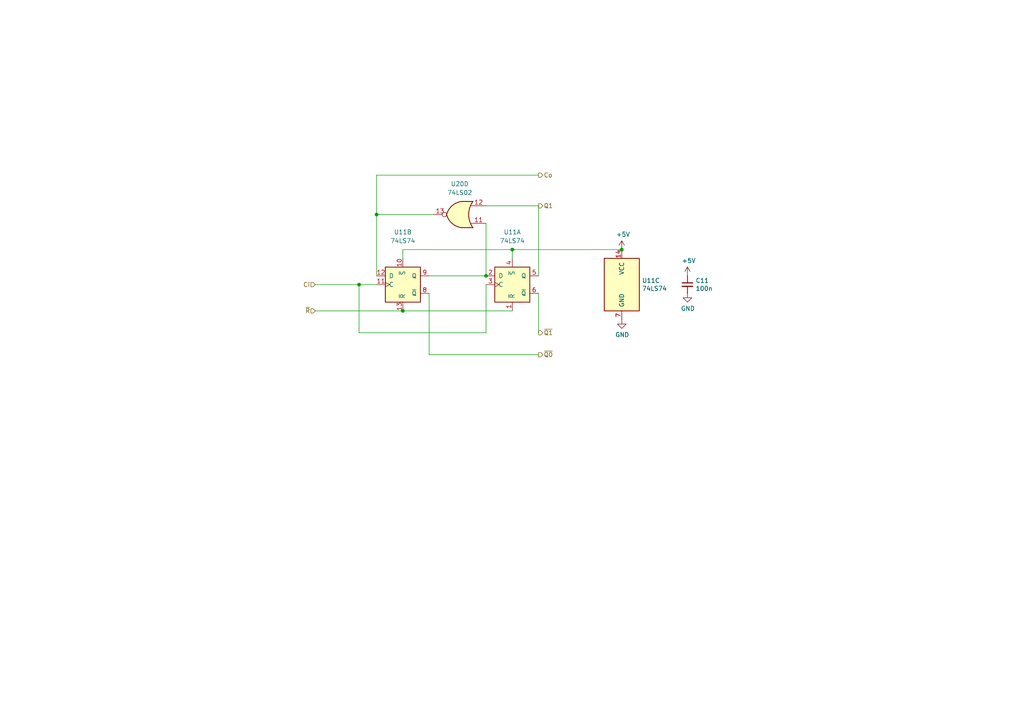
<source format=kicad_sch>
(kicad_sch (version 20230121) (generator eeschema)
  (paper "A4")
  (lib_symbols
    (symbol "74xx:74LS02" (pin_names (offset 1.016))
      (property "Reference" "U" (at 0 1.27 0))
      (property "Value" "74LS02" (at 0 -1.27 0))
      (symbol "74LS02_1_1"
        (arc (start -3.81 -3.81) (mid -2.589 0) (end -3.81 3.81) (stroke (width 0.254)))
        (arc (start -0.6096 -3.81) (mid 2.1842 -2.5851) (end 3.81 0) (stroke (width 0.254)) (fill (type background)))
        (polyline (pts (xy -3.81 -3.81) (xy -0.635 -3.81)) (stroke (width 0.254)) (fill (type background)))
        (polyline (pts (xy -3.81 3.81) (xy -0.635 3.81)) (stroke (width 0.254)) (fill (type background)))
        (polyline (pts (xy -0.635 3.81) (xy -3.81 3.81) (xy -3.81 3.81) (xy -3.556 3.4036) (xy -3.0226 2.2606) (xy -2.6924 1.0414) (xy -2.6162 -0.254) (xy -2.7686 -1.4986) (xy -3.175 -2.7178) (xy -3.81 -3.81) (xy -3.81 -3.81) (xy -0.635 -3.81)) (stroke (width -25.4)) (fill (type background)))
        (arc (start 3.81 0) (mid 2.1915 2.5936) (end -0.6096 3.81) (stroke (width 0.254)) (fill (type background)))
        (pin output inverted (at 7.62 0 180) (length 3.81) (name "~") (number "1"))
        (pin input line (at -7.62 2.54 0) (length 4.318) (name "~") (number "2"))
        (pin input line (at -7.62 -2.54 0) (length 4.318) (name "~") (number "3"))
      )
      (symbol "74LS02_1_2"
        (arc (start 0 -3.81) (mid 3.7934 0) (end 0 3.81) (stroke (width 0.254)) (fill (type background)))
        (polyline (pts (xy 0 3.81) (xy -3.81 3.81) (xy -3.81 -3.81) (xy 0 -3.81)) (stroke (width 0.254)) (fill (type background)))
        (pin output line (at 7.62 0 180) (length 3.81) (name "~") (number "1"))
        (pin input inverted (at -7.62 2.54 0) (length 3.81) (name "~") (number "2"))
        (pin input inverted (at -7.62 -2.54 0) (length 3.81) (name "~") (number "3"))
      )
      (symbol "74LS02_2_1"
        (arc (start -3.81 -3.81) (mid -2.589 0) (end -3.81 3.81) (stroke (width 0.254)))
        (arc (start -0.6096 -3.81) (mid 2.1842 -2.5851) (end 3.81 0) (stroke (width 0.254)) (fill (type background)))
        (polyline (pts (xy -3.81 -3.81) (xy -0.635 -3.81)) (stroke (width 0.254)) (fill (type background)))
        (polyline (pts (xy -3.81 3.81) (xy -0.635 3.81)) (stroke (width 0.254)) (fill (type background)))
        (polyline (pts (xy -0.635 3.81) (xy -3.81 3.81) (xy -3.81 3.81) (xy -3.556 3.4036) (xy -3.0226 2.2606) (xy -2.6924 1.0414) (xy -2.6162 -0.254) (xy -2.7686 -1.4986) (xy -3.175 -2.7178) (xy -3.81 -3.81) (xy -3.81 -3.81) (xy -0.635 -3.81)) (stroke (width -25.4)) (fill (type background)))
        (arc (start 3.81 0) (mid 2.1915 2.5936) (end -0.6096 3.81) (stroke (width 0.254)) (fill (type background)))
        (pin output inverted (at 7.62 0 180) (length 3.81) (name "~") (number "4"))
        (pin input line (at -7.62 2.54 0) (length 4.318) (name "~") (number "5"))
        (pin input line (at -7.62 -2.54 0) (length 4.318) (name "~") (number "6"))
      )
      (symbol "74LS02_2_2"
        (arc (start 0 -3.81) (mid 3.7934 0) (end 0 3.81) (stroke (width 0.254)) (fill (type background)))
        (polyline (pts (xy 0 3.81) (xy -3.81 3.81) (xy -3.81 -3.81) (xy 0 -3.81)) (stroke (width 0.254)) (fill (type background)))
        (pin output line (at 7.62 0 180) (length 3.81) (name "~") (number "4"))
        (pin input inverted (at -7.62 2.54 0) (length 3.81) (name "~") (number "5"))
        (pin input inverted (at -7.62 -2.54 0) (length 3.81) (name "~") (number "6"))
      )
      (symbol "74LS02_3_1"
        (arc (start -3.81 -3.81) (mid -2.589 0) (end -3.81 3.81) (stroke (width 0.254)))
        (arc (start -0.6096 -3.81) (mid 2.1842 -2.5851) (end 3.81 0) (stroke (width 0.254)) (fill (type background)))
        (polyline (pts (xy -3.81 -3.81) (xy -0.635 -3.81)) (stroke (width 0.254)) (fill (type background)))
        (polyline (pts (xy -3.81 3.81) (xy -0.635 3.81)) (stroke (width 0.254)) (fill (type background)))
        (polyline (pts (xy -0.635 3.81) (xy -3.81 3.81) (xy -3.81 3.81) (xy -3.556 3.4036) (xy -3.0226 2.2606) (xy -2.6924 1.0414) (xy -2.6162 -0.254) (xy -2.7686 -1.4986) (xy -3.175 -2.7178) (xy -3.81 -3.81) (xy -3.81 -3.81) (xy -0.635 -3.81)) (stroke (width -25.4)) (fill (type background)))
        (arc (start 3.81 0) (mid 2.1915 2.5936) (end -0.6096 3.81) (stroke (width 0.254)) (fill (type background)))
        (pin output inverted (at 7.62 0 180) (length 3.81) (name "~") (number "10"))
        (pin input line (at -7.62 2.54 0) (length 4.318) (name "~") (number "8"))
        (pin input line (at -7.62 -2.54 0) (length 4.318) (name "~") (number "9"))
      )
      (symbol "74LS02_3_2"
        (arc (start 0 -3.81) (mid 3.7934 0) (end 0 3.81) (stroke (width 0.254)) (fill (type background)))
        (polyline (pts (xy 0 3.81) (xy -3.81 3.81) (xy -3.81 -3.81) (xy 0 -3.81)) (stroke (width 0.254)) (fill (type background)))
        (pin output line (at 7.62 0 180) (length 3.81) (name "~") (number "10"))
        (pin input inverted (at -7.62 2.54 0) (length 3.81) (name "~") (number "8"))
        (pin input inverted (at -7.62 -2.54 0) (length 3.81) (name "~") (number "9"))
      )
      (symbol "74LS02_4_1"
        (arc (start -3.81 -3.81) (mid -2.589 0) (end -3.81 3.81) (stroke (width 0.254)))
        (arc (start -0.6096 -3.81) (mid 2.1842 -2.5851) (end 3.81 0) (stroke (width 0.254)) (fill (type background)))
        (polyline (pts (xy -3.81 -3.81) (xy -0.635 -3.81)) (stroke (width 0.254)) (fill (type background)))
        (polyline (pts (xy -3.81 3.81) (xy -0.635 3.81)) (stroke (width 0.254)) (fill (type background)))
        (polyline (pts (xy -0.635 3.81) (xy -3.81 3.81) (xy -3.81 3.81) (xy -3.556 3.4036) (xy -3.0226 2.2606) (xy -2.6924 1.0414) (xy -2.6162 -0.254) (xy -2.7686 -1.4986) (xy -3.175 -2.7178) (xy -3.81 -3.81) (xy -3.81 -3.81) (xy -0.635 -3.81)) (stroke (width -25.4)) (fill (type background)))
        (arc (start 3.81 0) (mid 2.1915 2.5936) (end -0.6096 3.81) (stroke (width 0.254)) (fill (type background)))
        (pin input line (at -7.62 2.54 0) (length 4.318) (name "~") (number "11"))
        (pin input line (at -7.62 -2.54 0) (length 4.318) (name "~") (number "12"))
        (pin output inverted (at 7.62 0 180) (length 3.81) (name "~") (number "13"))
      )
      (symbol "74LS02_4_2"
        (arc (start 0 -3.81) (mid 3.7934 0) (end 0 3.81) (stroke (width 0.254)) (fill (type background)))
        (polyline (pts (xy 0 3.81) (xy -3.81 3.81) (xy -3.81 -3.81) (xy 0 -3.81)) (stroke (width 0.254)) (fill (type background)))
        (pin input inverted (at -7.62 2.54 0) (length 3.81) (name "~") (number "11"))
        (pin input inverted (at -7.62 -2.54 0) (length 3.81) (name "~") (number "12"))
        (pin output line (at 7.62 0 180) (length 3.81) (name "~") (number "13"))
      )
      (symbol "74LS02_5_0"
        (pin power_in line (at 0 12.7 270) (length 5.08) (name "VCC") (number "14"))
        (pin power_in line (at 0 -12.7 90) (length 5.08) (name "GND") (number "7"))
      )
      (symbol "74LS02_5_1"
        (rectangle (start -5.08 7.62) (end 5.08 -7.62) (stroke (width 0.254)) (fill (type background)))
      )
    )
    (symbol "74xx:74LS74" (pin_names (offset 1.016))
      (property "Reference" "U" (at -7.62 8.89 0))
      (property "Value" "74LS74" (at -7.62 -8.89 0))
      (symbol "74LS74_1_0"
        (pin input line (at 0 -7.62 90) (length 2.54) (name "~{R}") (number "1"))
        (pin input line (at -7.62 2.54 0) (length 2.54) (name "D") (number "2"))
        (pin input clock (at -7.62 0 0) (length 2.54) (name "C") (number "3"))
        (pin input line (at 0 7.62 270) (length 2.54) (name "~{S}") (number "4"))
        (pin output line (at 7.62 2.54 180) (length 2.54) (name "Q") (number "5"))
        (pin output line (at 7.62 -2.54 180) (length 2.54) (name "~{Q}") (number "6"))
      )
      (symbol "74LS74_1_1"
        (rectangle (start -5.08 5.08) (end 5.08 -5.08) (stroke (width 0.254)) (fill (type background)))
      )
      (symbol "74LS74_2_0"
        (pin input line (at 0 7.62 270) (length 2.54) (name "~{S}") (number "10"))
        (pin input clock (at -7.62 0 0) (length 2.54) (name "C") (number "11"))
        (pin input line (at -7.62 2.54 0) (length 2.54) (name "D") (number "12"))
        (pin input line (at 0 -7.62 90) (length 2.54) (name "~{R}") (number "13"))
        (pin output line (at 7.62 -2.54 180) (length 2.54) (name "~{Q}") (number "8"))
        (pin output line (at 7.62 2.54 180) (length 2.54) (name "Q") (number "9"))
      )
      (symbol "74LS74_2_1"
        (rectangle (start -5.08 5.08) (end 5.08 -5.08) (stroke (width 0.254)) (fill (type background)))
      )
      (symbol "74LS74_3_0"
        (pin power_in line (at 0 10.16 270) (length 2.54) (name "VCC") (number "14"))
        (pin power_in line (at 0 -10.16 90) (length 2.54) (name "GND") (number "7"))
      )
      (symbol "74LS74_3_1"
        (rectangle (start -5.08 7.62) (end 5.08 -7.62) (stroke (width 0.254)) (fill (type background)))
      )
    )
    (symbol "Device:C_Small" (pin_numbers hide) (pin_names (offset 0.254) hide)
      (property "Reference" "C" (at 0.254 1.778 0))
      (property "Value" "C_Small" (at 0.254 -2.032 0))
      (symbol "C_Small_0_1"
        (polyline (pts (xy -1.524 -0.508) (xy 1.524 -0.508)) (stroke (width 0.3302)))
        (polyline (pts (xy -1.524 0.508) (xy 1.524 0.508)) (stroke (width 0.3048)))
      )
      (symbol "C_Small_1_1"
        (pin passive line (at 0 2.54 270) (length 2.032) (name "~") (number "1"))
        (pin passive line (at 0 -2.54 90) (length 2.032) (name "~") (number "2"))
      )
    )
    (symbol "power:+5V" (power) (pin_names (offset 0))
      (property "Value" "+5V" (at 0 3.556 0))
      (symbol "+5V_0_1"
        (polyline (pts (xy -0.762 1.27) (xy 0 2.54)))
        (polyline (pts (xy 0 0) (xy 0 2.54)))
        (polyline (pts (xy 0 2.54) (xy 0.762 1.27)))
      )
      (symbol "+5V_1_1"
        (pin power_in line (at 0 0 90) (length 0) hide (name "+5V") (number "1"))
      )
    )
    (symbol "power:GND" (power) (pin_names (offset 0))
      (property "Value" "GND" (at 0 -3.81 0))
      (symbol "GND_0_1"
        (polyline (pts (xy 0 0) (xy 0 -1.27) (xy 1.27 -1.27) (xy 0 -2.54) (xy -1.27 -1.27) (xy 0 -1.27)))
      )
      (symbol "GND_1_1"
        (pin power_in line (at 0 0 270) (length 0) hide (name "GND") (number "1"))
      )
    )
  )
  (junction (at 109.22 62.23))
  (junction (at 140.97 80.01))
  (junction (at 104.14 82.55))
  (junction (at 180.34 72.39))
  (junction (at 116.84 90.17))
  (junction (at 148.59 72.39))
  (wire (pts (xy 109.22 62.23) (xy 109.22 80.01)))
  (wire (pts (xy 156.21 59.69) (xy 156.21 80.01)))
  (wire (pts (xy 109.22 62.23) (xy 109.22 50.8)))
  (wire (pts (xy 156.21 85.09) (xy 156.21 96.52)))
  (wire (pts (xy 109.22 50.8) (xy 156.21 50.8)))
  (wire (pts (xy 180.34 72.39) (xy 148.59 72.39)))
  (wire (pts (xy 124.46 102.87) (xy 156.21 102.87)))
  (wire (pts (xy 124.46 85.09) (xy 124.46 102.87)))
  (wire (pts (xy 140.97 96.52) (xy 140.97 82.55)))
  (wire (pts (xy 104.14 82.55) (xy 109.22 82.55)))
  (wire (pts (xy 116.84 72.39) (xy 116.84 74.93)))
  (wire (pts (xy 91.44 82.55) (xy 104.14 82.55)))
  (wire (pts (xy 104.14 96.52) (xy 140.97 96.52)))
  (wire (pts (xy 148.59 90.17) (xy 116.84 90.17)))
  (wire (pts (xy 104.14 82.55) (xy 104.14 96.52)))
  (wire (pts (xy 140.97 64.77) (xy 140.97 80.01)))
  (wire (pts (xy 109.22 62.23) (xy 125.73 62.23)))
  (wire (pts (xy 148.59 72.39) (xy 116.84 72.39)))
  (wire (pts (xy 140.97 80.01) (xy 124.46 80.01)))
  (wire (pts (xy 148.59 72.39) (xy 148.59 74.93)))
  (wire (pts (xy 140.97 59.69) (xy 156.21 59.69)))
  (wire (pts (xy 91.44 90.17) (xy 116.84 90.17)))
  (hierarchical_label "~{Q0}" (shape output) (at 156.21 102.87 0))
  (hierarchical_label "~{Q1}" (shape output) (at 156.21 96.52 0))
  (hierarchical_label "Co" (shape output) (at 156.21 50.8 0))
  (hierarchical_label "~{R}" (shape input) (at 91.44 90.17 180))
  (hierarchical_label "Q1" (shape output) (at 156.21 59.69 0))
  (hierarchical_label "Ci" (shape input) (at 91.44 82.55 180))
  (symbol (lib_id "74xx:74LS74") (at 116.84 82.55 0) (unit 2)
    (property "Reference" "U11" (at 116.84 67.31 0))
    (property "Value" "74LS74" (at 116.84 69.85 0))
    (property "Footprint" "Package_DIP:DIP-14_W7.62mm" (effects hide))
    (property "Datasheet" "74xx/74hc_hct74.pdf" (effects hide))
    (instances (project "ttlclock3" (path "" (reference "U11") (unit 2)) (path "" (reference "U13") (unit 2)) (path "" (reference "U15") (unit 2)) (path "" (reference "U10") (unit 2)) (path "" (reference "U14") (unit 2)) (path "" (reference "U12") (unit 2)) (path "" (reference "U16") (unit 2))))
  )
  (symbol (lib_id "74xx:74LS74") (at 148.59 82.55 0) (unit 1)
    (property "Reference" "U11" (at 148.59 67.31 0))
    (property "Value" "74LS74" (at 148.59 69.85 0))
    (property "Footprint" "Package_DIP:DIP-14_W7.62mm" (effects hide))
    (property "Datasheet" "74xx/74hc_hct74.pdf" (effects hide))
    (instances (project "ttlclock3" (path "" (reference "U11") (unit 1)) (path "" (reference "U13") (unit 1)) (path "" (reference "U15") (unit 1)) (path "" (reference "U10") (unit 1)) (path "" (reference "U14") (unit 1)) (path "" (reference "U12") (unit 1)) (path "" (reference "U16") (unit 1))))
  )
  (symbol (lib_id "74xx:74LS74") (at 180.34 82.55 0) (unit 3)
    (property "Reference" "U11" (at 186.182 81.3816 0) (effects (justify left)))
    (property "Value" "74LS74" (at 186.182 83.693 0) (effects (justify left)))
    (property "Footprint" "Package_DIP:DIP-14_W7.62mm" (effects hide))
    (property "Datasheet" "74xx/74hc_hct74.pdf" (effects hide))
    (instances (project "ttlclock3" (path "" (reference "U11") (unit 3)) (path "" (reference "U13") (unit 3)) (path "" (reference "U15") (unit 3)) (path "" (reference "U10") (unit 3)) (path "" (reference "U14") (unit 3)) (path "" (reference "U12") (unit 3)) (path "" (reference "U16") (unit 3))))
  )
  (symbol (lib_id "74xx:74LS02") (at 133.35 62.23 180) (unit 4)
    (property "Reference" "U20" (at 133.35 53.34 0))
    (property "Value" "74LS02" (at 133.35 55.88 0))
    (property "Footprint" "Package_DIP:DIP-14_W7.62mm" (effects hide))
    (property "Datasheet" "http://www.ti.com/lit/gpn/sn74ls02" (effects hide))
    (instances (project "ttlclock3" (path "" (reference "U20") (unit 4)) (path "" (reference "U20") (unit 2)) (path "" (reference "U21") (unit 3)) (path "" (reference "U20") (unit 3)) (path "" (reference "U21") (unit 4)) (path "" (reference "U20") (unit 1)) (path "" (reference "U21") (unit 1))))
  )
  (symbol (lib_id "power:+5V") (at 180.34 72.39 0) (unit 1)
    (property "Reference" "#PWR0109" (effects hide))
    (property "Value" "+5V" (at 180.721 67.9958 0))
    (instances (project "ttlclock3" (path "" (reference "#PWR0109") (unit 1)) (path "" (reference "#PWR0115") (unit 1)) (path "" (reference "#PWR0119") (unit 1)) (path "" (reference "#PWR0107") (unit 1)) (path "" (reference "#PWR0117") (unit 1)) (path "" (reference "#PWR0113") (unit 1)) (path "" (reference "#PWR0121") (unit 1))))
  )
  (symbol (lib_id "power:GND") (at 180.34 92.71 0) (unit 1)
    (property "Reference" "#PWR0110" (effects hide))
    (property "Value" "GND" (at 180.467 97.1042 0))
    (instances (project "ttlclock3" (path "" (reference "#PWR0110") (unit 1)) (path "" (reference "#PWR0116") (unit 1)) (path "" (reference "#PWR0120") (unit 1)) (path "" (reference "#PWR0108") (unit 1)) (path "" (reference "#PWR0118") (unit 1)) (path "" (reference "#PWR0114") (unit 1)) (path "" (reference "#PWR0122") (unit 1))))
  )
  (symbol (lib_id "Device:C_Small") (at 199.39 82.55 0) (unit 1)
    (property "Reference" "C11" (at 201.7268 81.3816 0) (effects (justify left)))
    (property "Value" "100n" (at 201.7268 83.693 0) (effects (justify left)))
    (property "Footprint" "Capacitor_THT:C_Rect_L7.2mm_W2.5mm_P5.00mm_FKS2_FKP2_MKS2_MKP2" (effects hide))
    (instances (project "ttlclock3" (path "" (reference "C11") (unit 1)) (path "" (reference "C13") (unit 1)) (path "" (reference "C15") (unit 1)) (path "" (reference "C10") (unit 1)) (path "" (reference "C14") (unit 1)) (path "" (reference "C12") (unit 1)) (path "" (reference "C16") (unit 1))))
  )
  (symbol (lib_id "power:GND") (at 199.39 85.09 0) (unit 1)
    (property "Reference" "#PWR0151" (effects hide))
    (property "Value" "GND" (at 199.517 89.4842 0))
    (instances (project "ttlclock3" (path "" (reference "#PWR0151") (unit 1)) (path "" (reference "#PWR0155") (unit 1)) (path "" (reference "#PWR0159") (unit 1)) (path "" (reference "#PWR0149") (unit 1)) (path "" (reference "#PWR0157") (unit 1)) (path "" (reference "#PWR0153") (unit 1)) (path "" (reference "#PWR0161") (unit 1))))
  )
  (symbol (lib_id "power:+5V") (at 199.39 80.01 0) (unit 1)
    (property "Reference" "#PWR0152" (effects hide))
    (property "Value" "+5V" (at 199.771 75.6158 0))
    (instances (project "ttlclock3" (path "" (reference "#PWR0152") (unit 1)) (path "" (reference "#PWR0156") (unit 1)) (path "" (reference "#PWR0160") (unit 1)) (path "" (reference "#PWR0150") (unit 1)) (path "" (reference "#PWR0158") (unit 1)) (path "" (reference "#PWR0154") (unit 1)) (path "" (reference "#PWR0162") (unit 1))))
  )
)
</source>
